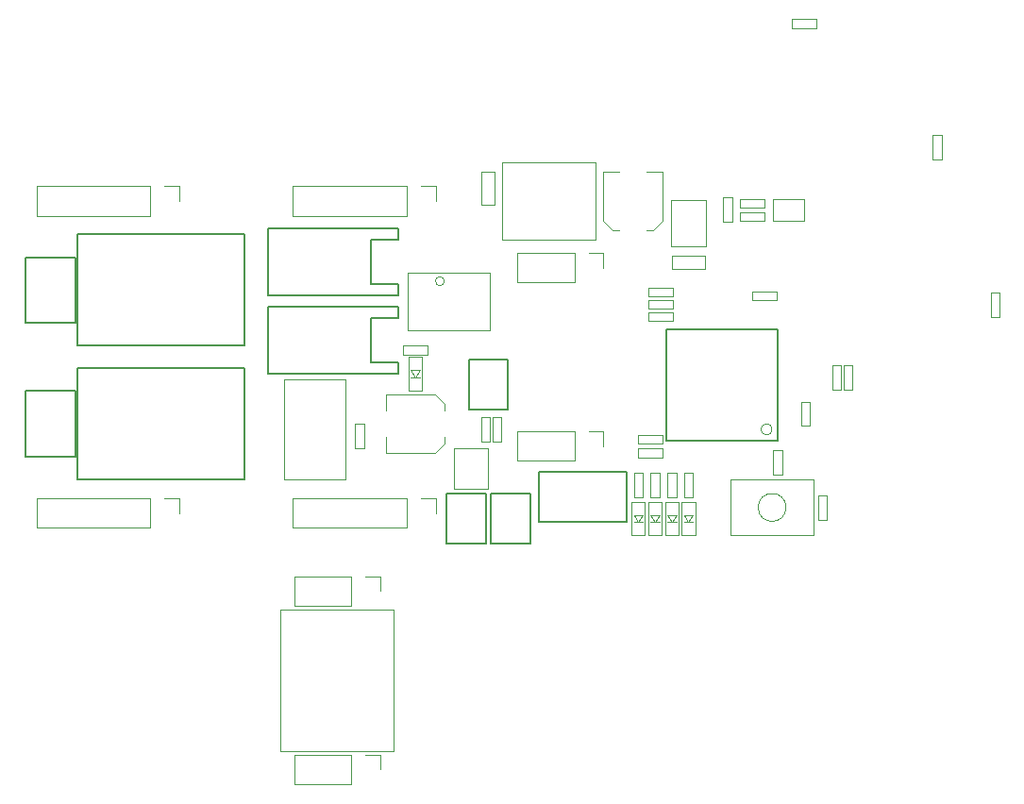
<source format=gto>
G04 #@! TF.FileFunction,Legend,Top*
%FSLAX46Y46*%
G04 Gerber Fmt 4.6, Leading zero omitted, Abs format (unit mm)*
G04 Created by KiCad (PCBNEW 4.0.1-stable) date 2018/06/25 22:31:08*
%MOMM*%
G01*
G04 APERTURE LIST*
%ADD10C,0.100000*%
%ADD11C,0.150000*%
%ADD12C,0.120000*%
G04 APERTURE END LIST*
D10*
D11*
X69000000Y-82500000D02*
X69000000Y-78500000D01*
X69000000Y-78500000D02*
X71500000Y-78500000D01*
X71500000Y-82500000D02*
X69000000Y-82500000D01*
X71500000Y-77500000D02*
X71500000Y-78500000D01*
X71500000Y-83500000D02*
X71500000Y-82500000D01*
X59800000Y-83500000D02*
X59800000Y-77500000D01*
X59800000Y-83500000D02*
X71500000Y-83500000D01*
X59800000Y-77500000D02*
X71500000Y-77500000D01*
D10*
X75650000Y-96800000D02*
X75650000Y-96200000D01*
X70350000Y-92350000D02*
X70350000Y-93800000D01*
X70350000Y-97650000D02*
X74800000Y-97650000D01*
X74800000Y-97650000D02*
X75650000Y-96800000D01*
X75650000Y-93800000D02*
X75650000Y-93200000D01*
X75650000Y-93200000D02*
X74800000Y-92350000D01*
X74800000Y-92350000D02*
X70350000Y-92350000D01*
X70350000Y-96200000D02*
X70350000Y-97650000D01*
X72300000Y-81400000D02*
X79700000Y-81400000D01*
X79700000Y-81400000D02*
X79700000Y-86600000D01*
X79700000Y-86600000D02*
X72300000Y-86600000D01*
X72300000Y-86600000D02*
X72300000Y-81400000D01*
X75600000Y-82200000D02*
G75*
G03X75600000Y-82200000I-400000J0D01*
G01*
X112200000Y-89700000D02*
X112200000Y-91900000D01*
X112200000Y-91900000D02*
X111400000Y-91900000D01*
X111400000Y-91900000D02*
X111400000Y-89700000D01*
X111400000Y-89700000D02*
X112200000Y-89700000D01*
X111200000Y-89700000D02*
X111200000Y-91900000D01*
X111200000Y-91900000D02*
X110400000Y-91900000D01*
X110400000Y-91900000D02*
X110400000Y-89700000D01*
X110400000Y-89700000D02*
X111200000Y-89700000D01*
X108400000Y-93000000D02*
X108400000Y-95200000D01*
X108400000Y-95200000D02*
X107600000Y-95200000D01*
X107600000Y-95200000D02*
X107600000Y-93000000D01*
X107600000Y-93000000D02*
X108400000Y-93000000D01*
X103200000Y-83100000D02*
X105400000Y-83100000D01*
X105400000Y-83100000D02*
X105400000Y-83900000D01*
X105400000Y-83900000D02*
X103200000Y-83900000D01*
X103200000Y-83900000D02*
X103200000Y-83100000D01*
X105900000Y-97400000D02*
X105900000Y-99600000D01*
X105900000Y-99600000D02*
X105100000Y-99600000D01*
X105100000Y-99600000D02*
X105100000Y-97400000D01*
X105100000Y-97400000D02*
X105900000Y-97400000D01*
X100600000Y-76900000D02*
X100600000Y-74700000D01*
X100600000Y-74700000D02*
X101400000Y-74700000D01*
X101400000Y-74700000D02*
X101400000Y-76900000D01*
X101400000Y-76900000D02*
X100600000Y-76900000D01*
X80100000Y-72350000D02*
X80100000Y-75350000D01*
X80100000Y-75350000D02*
X78900000Y-75350000D01*
X78900000Y-75350000D02*
X78900000Y-72350000D01*
X78900000Y-72350000D02*
X80100000Y-72350000D01*
X93900000Y-83900000D02*
X96100000Y-83900000D01*
X96100000Y-83900000D02*
X96100000Y-84700000D01*
X96100000Y-84700000D02*
X93900000Y-84700000D01*
X93900000Y-84700000D02*
X93900000Y-83900000D01*
X90700000Y-77650000D02*
X91300000Y-77650000D01*
X95150000Y-72350000D02*
X93700000Y-72350000D01*
X89850000Y-72350000D02*
X89850000Y-76800000D01*
X89850000Y-76800000D02*
X90700000Y-77650000D01*
X93700000Y-77650000D02*
X94300000Y-77650000D01*
X94300000Y-77650000D02*
X95150000Y-76800000D01*
X95150000Y-76800000D02*
X95150000Y-72350000D01*
X91300000Y-72350000D02*
X89850000Y-72350000D01*
X96100000Y-85800000D02*
X93900000Y-85800000D01*
X93900000Y-85800000D02*
X93900000Y-85000000D01*
X93900000Y-85000000D02*
X96100000Y-85000000D01*
X96100000Y-85000000D02*
X96100000Y-85800000D01*
X93000000Y-97200000D02*
X95200000Y-97200000D01*
X95200000Y-97200000D02*
X95200000Y-98000000D01*
X95200000Y-98000000D02*
X93000000Y-98000000D01*
X93000000Y-98000000D02*
X93000000Y-97200000D01*
X95200000Y-96800000D02*
X93000000Y-96800000D01*
X93000000Y-96800000D02*
X93000000Y-96000000D01*
X93000000Y-96000000D02*
X95200000Y-96000000D01*
X95200000Y-96000000D02*
X95200000Y-96800000D01*
X99000000Y-81100000D02*
X96000000Y-81100000D01*
X96000000Y-81100000D02*
X96000000Y-79900000D01*
X96000000Y-79900000D02*
X99000000Y-79900000D01*
X99000000Y-79900000D02*
X99000000Y-81100000D01*
X68400000Y-95000000D02*
X68400000Y-97200000D01*
X68400000Y-97200000D02*
X67600000Y-97200000D01*
X67600000Y-97200000D02*
X67600000Y-95000000D01*
X67600000Y-95000000D02*
X68400000Y-95000000D01*
X102100000Y-76000000D02*
X104300000Y-76000000D01*
X104300000Y-76000000D02*
X104300000Y-76800000D01*
X104300000Y-76800000D02*
X102100000Y-76800000D01*
X102100000Y-76800000D02*
X102100000Y-76000000D01*
X109900000Y-101400000D02*
X109900000Y-103600000D01*
X109900000Y-103600000D02*
X109100000Y-103600000D01*
X109100000Y-103600000D02*
X109100000Y-101400000D01*
X109100000Y-101400000D02*
X109900000Y-101400000D01*
X104300000Y-75600000D02*
X102100000Y-75600000D01*
X102100000Y-75600000D02*
X102100000Y-74800000D01*
X102100000Y-74800000D02*
X104300000Y-74800000D01*
X104300000Y-74800000D02*
X104300000Y-75600000D01*
X74100000Y-88800000D02*
X71900000Y-88800000D01*
X71900000Y-88800000D02*
X71900000Y-88000000D01*
X71900000Y-88000000D02*
X74100000Y-88000000D01*
X74100000Y-88000000D02*
X74100000Y-88800000D01*
X93900000Y-82800000D02*
X96100000Y-82800000D01*
X96100000Y-82800000D02*
X96100000Y-83600000D01*
X96100000Y-83600000D02*
X93900000Y-83600000D01*
X93900000Y-83600000D02*
X93900000Y-82800000D01*
X94900000Y-99400000D02*
X94900000Y-101600000D01*
X94900000Y-101600000D02*
X94100000Y-101600000D01*
X94100000Y-101600000D02*
X94100000Y-99400000D01*
X94100000Y-99400000D02*
X94900000Y-99400000D01*
X96400000Y-99400000D02*
X96400000Y-101600000D01*
X96400000Y-101600000D02*
X95600000Y-101600000D01*
X95600000Y-101600000D02*
X95600000Y-99400000D01*
X95600000Y-99400000D02*
X96400000Y-99400000D01*
X97900000Y-99400000D02*
X97900000Y-101600000D01*
X97900000Y-101600000D02*
X97100000Y-101600000D01*
X97100000Y-101600000D02*
X97100000Y-99400000D01*
X97100000Y-99400000D02*
X97900000Y-99400000D01*
X119400000Y-71300000D02*
X119400000Y-69100000D01*
X119400000Y-69100000D02*
X120200000Y-69100000D01*
X120200000Y-69100000D02*
X120200000Y-71300000D01*
X120200000Y-71300000D02*
X119400000Y-71300000D01*
X124600000Y-85400000D02*
X124600000Y-83200000D01*
X124600000Y-83200000D02*
X125400000Y-83200000D01*
X125400000Y-83200000D02*
X125400000Y-85400000D01*
X125400000Y-85400000D02*
X124600000Y-85400000D01*
X109000000Y-59500000D02*
X106800000Y-59500000D01*
X106800000Y-59500000D02*
X106800000Y-58700000D01*
X106800000Y-58700000D02*
X109000000Y-58700000D01*
X109000000Y-58700000D02*
X109000000Y-59500000D01*
X99100000Y-74900000D02*
X99100000Y-79100000D01*
X99100000Y-79100000D02*
X95900000Y-79100000D01*
X95900000Y-79100000D02*
X95900000Y-74900000D01*
X95900000Y-74900000D02*
X99100000Y-74900000D01*
X101250000Y-100000000D02*
X108750000Y-100000000D01*
X108750000Y-100000000D02*
X108750000Y-105000000D01*
X108750000Y-105000000D02*
X101250000Y-105000000D01*
X101250000Y-105000000D02*
X101250000Y-100000000D01*
X106250000Y-102500000D02*
G75*
G03X106250000Y-102500000I-1250000J0D01*
G01*
X66750000Y-91000000D02*
X66750000Y-100000000D01*
X66750000Y-100000000D02*
X61250000Y-100000000D01*
X61250000Y-100000000D02*
X61250000Y-91000000D01*
X61250000Y-91000000D02*
X66750000Y-91000000D01*
X105100000Y-74800000D02*
X105100000Y-76800000D01*
X105100000Y-76800000D02*
X107900000Y-76800000D01*
X107900000Y-76800000D02*
X107900000Y-74800000D01*
X107900000Y-74800000D02*
X105100000Y-74800000D01*
X105000000Y-95500000D02*
G75*
G03X105000000Y-95500000I-500000J0D01*
G01*
D11*
X105500000Y-96500000D02*
X95500000Y-96500000D01*
X95500000Y-96500000D02*
X95500000Y-86500000D01*
X95500000Y-86500000D02*
X105500000Y-86500000D01*
X105500000Y-86500000D02*
X105500000Y-96500000D01*
D10*
X89200000Y-71500000D02*
X80800000Y-71500000D01*
X89200000Y-78500000D02*
X89200000Y-71500000D01*
X80800000Y-78500000D02*
X89200000Y-78500000D01*
X80800000Y-71500000D02*
X80800000Y-78500000D01*
X79550000Y-97150000D02*
X79550000Y-100850000D01*
X79550000Y-100850000D02*
X76450000Y-100850000D01*
X76450000Y-100850000D02*
X76450000Y-97150000D01*
X76450000Y-97150000D02*
X79550000Y-97150000D01*
X80700000Y-94400000D02*
X80700000Y-96600000D01*
X80700000Y-96600000D02*
X79900000Y-96600000D01*
X79900000Y-96600000D02*
X79900000Y-94400000D01*
X79900000Y-94400000D02*
X80700000Y-94400000D01*
X78900000Y-96600000D02*
X78900000Y-94400000D01*
X78900000Y-94400000D02*
X79700000Y-94400000D01*
X79700000Y-94400000D02*
X79700000Y-96600000D01*
X79700000Y-96600000D02*
X78900000Y-96600000D01*
D12*
X62010000Y-73670000D02*
X62010000Y-76330000D01*
X72230000Y-73670000D02*
X62010000Y-73670000D01*
X72230000Y-76330000D02*
X62010000Y-76330000D01*
X72230000Y-73670000D02*
X72230000Y-76330000D01*
X73500000Y-73670000D02*
X74830000Y-73670000D01*
X74830000Y-73670000D02*
X74830000Y-75000000D01*
X39010000Y-73670000D02*
X39010000Y-76330000D01*
X49230000Y-73670000D02*
X39010000Y-73670000D01*
X49230000Y-76330000D02*
X39010000Y-76330000D01*
X49230000Y-73670000D02*
X49230000Y-76330000D01*
X50500000Y-73670000D02*
X51830000Y-73670000D01*
X51830000Y-73670000D02*
X51830000Y-75000000D01*
X39010000Y-101670000D02*
X39010000Y-104330000D01*
X49230000Y-101670000D02*
X39010000Y-101670000D01*
X49230000Y-104330000D02*
X39010000Y-104330000D01*
X49230000Y-101670000D02*
X49230000Y-104330000D01*
X50500000Y-101670000D02*
X51830000Y-101670000D01*
X51830000Y-101670000D02*
X51830000Y-103000000D01*
X62010000Y-101670000D02*
X62010000Y-104330000D01*
X72230000Y-101670000D02*
X62010000Y-101670000D01*
X72230000Y-104330000D02*
X62010000Y-104330000D01*
X72230000Y-101670000D02*
X72230000Y-104330000D01*
X73500000Y-101670000D02*
X74830000Y-101670000D01*
X74830000Y-101670000D02*
X74830000Y-103000000D01*
D11*
X42700000Y-100000000D02*
X42700000Y-90000000D01*
X42700000Y-90000000D02*
X57700000Y-90000000D01*
X57700000Y-90000000D02*
X57700000Y-100000000D01*
X57700000Y-100000000D02*
X42700000Y-100000000D01*
X42700000Y-88000000D02*
X42700000Y-78000000D01*
X42700000Y-78000000D02*
X57700000Y-78000000D01*
X57700000Y-78000000D02*
X57700000Y-88000000D01*
X57700000Y-88000000D02*
X42700000Y-88000000D01*
D10*
X71080000Y-124350000D02*
X60920000Y-124350000D01*
X60920000Y-124350000D02*
X60920000Y-111650000D01*
X60920000Y-111650000D02*
X71080000Y-111650000D01*
X71080000Y-111650000D02*
X71080000Y-124350000D01*
D11*
X79300000Y-105750000D02*
X79300000Y-101250000D01*
X75800000Y-105750000D02*
X79300000Y-105750000D01*
X75800000Y-101250000D02*
X79300000Y-101250000D01*
X75800000Y-105750000D02*
X75800000Y-101250000D01*
X83300000Y-105750000D02*
X83300000Y-101250000D01*
X79800000Y-105750000D02*
X83300000Y-105750000D01*
X79800000Y-101250000D02*
X83300000Y-101250000D01*
X79800000Y-105750000D02*
X79800000Y-101250000D01*
X69000000Y-89500000D02*
X69000000Y-85500000D01*
X69000000Y-85500000D02*
X71500000Y-85500000D01*
X71500000Y-89500000D02*
X69000000Y-89500000D01*
X71500000Y-84500000D02*
X71500000Y-85500000D01*
X71500000Y-90500000D02*
X71500000Y-89500000D01*
X59800000Y-90500000D02*
X59800000Y-84500000D01*
X59800000Y-90500000D02*
X71500000Y-90500000D01*
X59800000Y-84500000D02*
X71500000Y-84500000D01*
D12*
X82129600Y-79670000D02*
X82129600Y-82330000D01*
X87269600Y-79670000D02*
X82129600Y-79670000D01*
X87269600Y-82330000D02*
X82129600Y-82330000D01*
X87269600Y-79670000D02*
X87269600Y-82330000D01*
X88539600Y-79670000D02*
X89869600Y-79670000D01*
X89869600Y-79670000D02*
X89869600Y-81000000D01*
X62130000Y-108670000D02*
X62130000Y-111330000D01*
X67270000Y-108670000D02*
X62130000Y-108670000D01*
X67270000Y-111330000D02*
X62130000Y-111330000D01*
X67270000Y-108670000D02*
X67270000Y-111330000D01*
X68540000Y-108670000D02*
X69870000Y-108670000D01*
X69870000Y-108670000D02*
X69870000Y-110000000D01*
X62130000Y-124670000D02*
X62130000Y-127330000D01*
X67270000Y-124670000D02*
X62130000Y-124670000D01*
X67270000Y-127330000D02*
X62130000Y-127330000D01*
X67270000Y-124670000D02*
X67270000Y-127330000D01*
X68540000Y-124670000D02*
X69870000Y-124670000D01*
X69870000Y-124670000D02*
X69870000Y-126000000D01*
X82129600Y-95670000D02*
X82129600Y-98330000D01*
X87269600Y-95670000D02*
X82129600Y-95670000D01*
X87269600Y-98330000D02*
X82129600Y-98330000D01*
X87269600Y-95670000D02*
X87269600Y-98330000D01*
X88539600Y-95670000D02*
X89869600Y-95670000D01*
X89869600Y-95670000D02*
X89869600Y-97000000D01*
D11*
X38000000Y-85950000D02*
X38000000Y-80050000D01*
X42500000Y-85950000D02*
X38000000Y-85950000D01*
X42500000Y-80050000D02*
X38000000Y-80050000D01*
X42500000Y-85950000D02*
X42500000Y-80050000D01*
X38000000Y-97950000D02*
X38000000Y-92050000D01*
X42500000Y-97950000D02*
X38000000Y-97950000D01*
X42500000Y-92050000D02*
X38000000Y-92050000D01*
X42500000Y-97950000D02*
X42500000Y-92050000D01*
X91950000Y-103800000D02*
X91950000Y-99300000D01*
X84050000Y-103800000D02*
X91950000Y-103800000D01*
X84050000Y-99300000D02*
X84050000Y-103800000D01*
X91950000Y-99300000D02*
X84050000Y-99300000D01*
D10*
X92600000Y-103200000D02*
X93000000Y-103800000D01*
X93000000Y-103800000D02*
X93400000Y-103200000D01*
X93400000Y-103200000D02*
X92600000Y-103200000D01*
X92600000Y-103800000D02*
X93400000Y-103800000D01*
X92400000Y-105000000D02*
X92400000Y-102000000D01*
X92400000Y-102000000D02*
X93600000Y-102000000D01*
X93600000Y-102000000D02*
X93600000Y-105000000D01*
X93600000Y-105000000D02*
X92400000Y-105000000D01*
X94100000Y-103200000D02*
X94500000Y-103800000D01*
X94500000Y-103800000D02*
X94900000Y-103200000D01*
X94900000Y-103200000D02*
X94100000Y-103200000D01*
X94100000Y-103800000D02*
X94900000Y-103800000D01*
X93900000Y-105000000D02*
X93900000Y-102000000D01*
X93900000Y-102000000D02*
X95100000Y-102000000D01*
X95100000Y-102000000D02*
X95100000Y-105000000D01*
X95100000Y-105000000D02*
X93900000Y-105000000D01*
X95600000Y-103200000D02*
X96000000Y-103800000D01*
X96000000Y-103800000D02*
X96400000Y-103200000D01*
X96400000Y-103200000D02*
X95600000Y-103200000D01*
X95600000Y-103800000D02*
X96400000Y-103800000D01*
X95400000Y-105000000D02*
X95400000Y-102000000D01*
X95400000Y-102000000D02*
X96600000Y-102000000D01*
X96600000Y-102000000D02*
X96600000Y-105000000D01*
X96600000Y-105000000D02*
X95400000Y-105000000D01*
X97100000Y-103200000D02*
X97500000Y-103800000D01*
X97500000Y-103800000D02*
X97900000Y-103200000D01*
X97900000Y-103200000D02*
X97100000Y-103200000D01*
X97100000Y-103800000D02*
X97900000Y-103800000D01*
X96900000Y-105000000D02*
X96900000Y-102000000D01*
X96900000Y-102000000D02*
X98100000Y-102000000D01*
X98100000Y-102000000D02*
X98100000Y-105000000D01*
X98100000Y-105000000D02*
X96900000Y-105000000D01*
X93400000Y-99400000D02*
X93400000Y-101600000D01*
X93400000Y-101600000D02*
X92600000Y-101600000D01*
X92600000Y-101600000D02*
X92600000Y-99400000D01*
X92600000Y-99400000D02*
X93400000Y-99400000D01*
D11*
X81300000Y-93750000D02*
X81300000Y-89250000D01*
X77800000Y-93750000D02*
X81300000Y-93750000D01*
X77800000Y-89250000D02*
X81300000Y-89250000D01*
X77800000Y-93750000D02*
X77800000Y-89250000D01*
D10*
X72600000Y-90200000D02*
X73000000Y-90800000D01*
X73000000Y-90800000D02*
X73400000Y-90200000D01*
X73400000Y-90200000D02*
X72600000Y-90200000D01*
X72600000Y-90800000D02*
X73400000Y-90800000D01*
X72400000Y-92000000D02*
X72400000Y-89000000D01*
X72400000Y-89000000D02*
X73600000Y-89000000D01*
X73600000Y-89000000D02*
X73600000Y-92000000D01*
X73600000Y-92000000D02*
X72400000Y-92000000D01*
M02*

</source>
